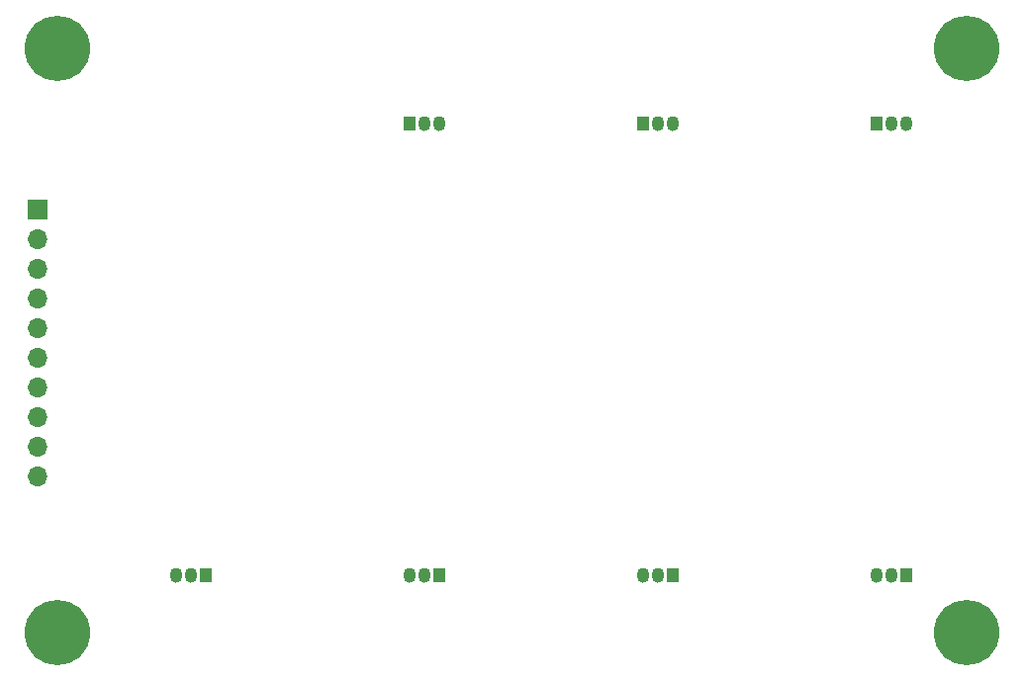
<source format=gbr>
%TF.GenerationSoftware,KiCad,Pcbnew,9.0.0*%
%TF.CreationDate,2025-06-04T23:48:26+02:00*%
%TF.ProjectId,uv_controler,75765f63-6f6e-4747-926f-6c65722e6b69,rev?*%
%TF.SameCoordinates,Original*%
%TF.FileFunction,Soldermask,Bot*%
%TF.FilePolarity,Negative*%
%FSLAX46Y46*%
G04 Gerber Fmt 4.6, Leading zero omitted, Abs format (unit mm)*
G04 Created by KiCad (PCBNEW 9.0.0) date 2025-06-04 23:48:26*
%MOMM*%
%LPD*%
G01*
G04 APERTURE LIST*
%ADD10O,1.050000X1.300000*%
%ADD11R,1.050000X1.300000*%
%ADD12C,5.600000*%
%ADD13O,1.700000X1.700000*%
%ADD14R,1.700000X1.700000*%
G04 APERTURE END LIST*
D10*
%TO.C,U8*%
X170175534Y-68397500D03*
X168905534Y-68397500D03*
D11*
X167635534Y-68397500D03*
%TD*%
D12*
%TO.C,REF\u002A\u002A*%
X215335534Y-112000000D03*
%TD*%
D13*
%TO.C,J3*%
X135800000Y-98640000D03*
X135800000Y-96100000D03*
X135800000Y-93560000D03*
X135800000Y-91020000D03*
X135800000Y-88480000D03*
X135800000Y-85940000D03*
X135800000Y-83400000D03*
X135800000Y-80860000D03*
X135800000Y-78320000D03*
D14*
X135800000Y-75780000D03*
%TD*%
D10*
%TO.C,U3*%
X190175534Y-68397500D03*
X188905534Y-68397500D03*
D11*
X187635534Y-68397500D03*
%TD*%
D10*
%TO.C,U5*%
X210175534Y-68397500D03*
X208905534Y-68397500D03*
D11*
X207635534Y-68397500D03*
%TD*%
D10*
%TO.C,U4*%
X187645534Y-107097500D03*
X188915534Y-107097500D03*
D11*
X190185534Y-107097500D03*
%TD*%
D12*
%TO.C,REF\u002A\u002A*%
X137485534Y-112000000D03*
%TD*%
D10*
%TO.C,U6*%
X147645534Y-107097500D03*
X148915534Y-107097500D03*
D11*
X150185534Y-107097500D03*
%TD*%
D10*
%TO.C,U7*%
X167645534Y-107097500D03*
X168915534Y-107097500D03*
D11*
X170185534Y-107097500D03*
%TD*%
D12*
%TO.C,REF\u002A\u002A*%
X137485534Y-62000000D03*
%TD*%
D10*
%TO.C,U2*%
X207645534Y-107097500D03*
X208915534Y-107097500D03*
D11*
X210185534Y-107097500D03*
%TD*%
D12*
%TO.C,REF\u002A\u002A*%
X215335534Y-62000000D03*
%TD*%
M02*

</source>
